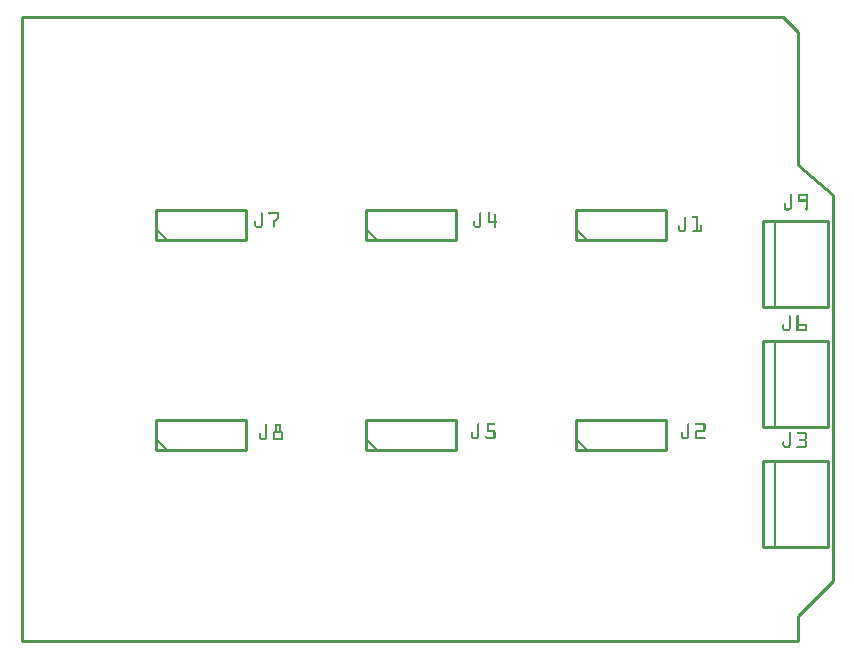
<source format=gto>
G04 MADE WITH FRITZING*
G04 WWW.FRITZING.ORG*
G04 DOUBLE SIDED*
G04 HOLES PLATED*
G04 CONTOUR ON CENTER OF CONTOUR VECTOR*
%ASAXBY*%
%FSLAX23Y23*%
%MOIN*%
%OFA0B0*%
%SFA1.0B1.0*%
%ADD10C,0.010000*%
%ADD11C,0.005000*%
%ADD12C,0.011112*%
%ADD13R,0.001000X0.001000*%
%LNSILK1*%
G90*
G70*
G54D10*
X1859Y1347D02*
X2159Y1347D01*
D02*
X2159Y1347D02*
X2159Y1447D01*
D02*
X2159Y1447D02*
X1859Y1447D01*
D02*
X1859Y1447D02*
X1859Y1347D01*
G54D11*
D02*
X1894Y1347D02*
X1859Y1382D01*
G54D10*
D02*
X1859Y647D02*
X2159Y647D01*
D02*
X2159Y647D02*
X2159Y747D01*
D02*
X2159Y747D02*
X1859Y747D01*
D02*
X1859Y747D02*
X1859Y647D01*
G54D11*
D02*
X1894Y647D02*
X1859Y682D01*
G54D10*
D02*
X2697Y323D02*
X2697Y609D01*
D02*
X2697Y609D02*
X2481Y609D01*
D02*
X2481Y609D02*
X2481Y323D01*
D02*
X2481Y323D02*
X2697Y323D01*
G54D11*
D02*
X2521Y609D02*
X2521Y323D01*
G54D10*
D02*
X1159Y1347D02*
X1459Y1347D01*
D02*
X1459Y1347D02*
X1459Y1447D01*
D02*
X1459Y1447D02*
X1159Y1447D01*
D02*
X1159Y1447D02*
X1159Y1347D01*
G54D11*
D02*
X1194Y1347D02*
X1159Y1382D01*
G54D10*
D02*
X1159Y647D02*
X1459Y647D01*
D02*
X1459Y647D02*
X1459Y747D01*
D02*
X1459Y747D02*
X1159Y747D01*
D02*
X1159Y747D02*
X1159Y647D01*
G54D11*
D02*
X1194Y647D02*
X1159Y682D01*
G54D10*
D02*
X2697Y723D02*
X2697Y1009D01*
D02*
X2697Y1009D02*
X2481Y1009D01*
D02*
X2481Y1009D02*
X2481Y723D01*
D02*
X2481Y723D02*
X2697Y723D01*
G54D11*
D02*
X2521Y1009D02*
X2521Y723D01*
G54D10*
D02*
X459Y1347D02*
X759Y1347D01*
D02*
X759Y1347D02*
X759Y1447D01*
D02*
X759Y1447D02*
X459Y1447D01*
D02*
X459Y1447D02*
X459Y1347D01*
G54D11*
D02*
X494Y1347D02*
X459Y1382D01*
G54D10*
D02*
X459Y647D02*
X759Y647D01*
D02*
X759Y647D02*
X759Y747D01*
D02*
X759Y747D02*
X459Y747D01*
D02*
X459Y747D02*
X459Y647D01*
G54D11*
D02*
X494Y647D02*
X459Y682D01*
G54D10*
D02*
X2697Y1123D02*
X2697Y1409D01*
D02*
X2697Y1409D02*
X2481Y1409D01*
D02*
X2481Y1409D02*
X2481Y1123D01*
D02*
X2481Y1123D02*
X2697Y1123D01*
G54D11*
D02*
X2521Y1409D02*
X2521Y1123D01*
G54D12*
X2596Y1596D02*
X2596Y2041D01*
X2547Y2090D01*
X11Y2090D01*
X11Y11D01*
X2596Y11D01*
X2596Y92D01*
X2713Y209D01*
X2713Y1497D01*
X2596Y1596D01*
D02*
G54D13*
X2573Y1499D02*
X2574Y1499D01*
X2600Y1499D02*
X2628Y1499D01*
X2572Y1498D02*
X2576Y1498D01*
X2598Y1498D02*
X2629Y1498D01*
X2571Y1497D02*
X2576Y1497D01*
X2597Y1497D02*
X2630Y1497D01*
X2571Y1496D02*
X2577Y1496D01*
X2597Y1496D02*
X2630Y1496D01*
X2571Y1495D02*
X2577Y1495D01*
X2597Y1495D02*
X2630Y1495D01*
X2571Y1494D02*
X2577Y1494D01*
X2597Y1494D02*
X2630Y1494D01*
X2571Y1493D02*
X2577Y1493D01*
X2597Y1493D02*
X2630Y1493D01*
X2571Y1492D02*
X2577Y1492D01*
X2597Y1492D02*
X2603Y1492D01*
X2624Y1492D02*
X2630Y1492D01*
X2571Y1491D02*
X2577Y1491D01*
X2597Y1491D02*
X2603Y1491D01*
X2624Y1491D02*
X2630Y1491D01*
X2571Y1490D02*
X2577Y1490D01*
X2597Y1490D02*
X2603Y1490D01*
X2624Y1490D02*
X2630Y1490D01*
X2571Y1489D02*
X2577Y1489D01*
X2597Y1489D02*
X2603Y1489D01*
X2624Y1489D02*
X2630Y1489D01*
X2571Y1488D02*
X2577Y1488D01*
X2597Y1488D02*
X2603Y1488D01*
X2624Y1488D02*
X2630Y1488D01*
X2571Y1487D02*
X2577Y1487D01*
X2597Y1487D02*
X2603Y1487D01*
X2624Y1487D02*
X2630Y1487D01*
X2571Y1486D02*
X2577Y1486D01*
X2597Y1486D02*
X2603Y1486D01*
X2624Y1486D02*
X2630Y1486D01*
X2571Y1485D02*
X2577Y1485D01*
X2597Y1485D02*
X2603Y1485D01*
X2624Y1485D02*
X2630Y1485D01*
X2571Y1484D02*
X2577Y1484D01*
X2597Y1484D02*
X2603Y1484D01*
X2624Y1484D02*
X2630Y1484D01*
X2571Y1483D02*
X2577Y1483D01*
X2597Y1483D02*
X2603Y1483D01*
X2624Y1483D02*
X2630Y1483D01*
X2571Y1482D02*
X2577Y1482D01*
X2597Y1482D02*
X2603Y1482D01*
X2624Y1482D02*
X2630Y1482D01*
X2571Y1481D02*
X2577Y1481D01*
X2597Y1481D02*
X2630Y1481D01*
X2571Y1480D02*
X2577Y1480D01*
X2597Y1480D02*
X2630Y1480D01*
X2571Y1479D02*
X2577Y1479D01*
X2597Y1479D02*
X2630Y1479D01*
X2571Y1478D02*
X2577Y1478D01*
X2597Y1478D02*
X2630Y1478D01*
X2571Y1477D02*
X2577Y1477D01*
X2597Y1477D02*
X2630Y1477D01*
X2571Y1476D02*
X2577Y1476D01*
X2597Y1476D02*
X2630Y1476D01*
X2571Y1475D02*
X2577Y1475D01*
X2598Y1475D02*
X2630Y1475D01*
X2571Y1474D02*
X2577Y1474D01*
X2624Y1474D02*
X2630Y1474D01*
X2571Y1473D02*
X2577Y1473D01*
X2624Y1473D02*
X2630Y1473D01*
X2571Y1472D02*
X2577Y1472D01*
X2624Y1472D02*
X2630Y1472D01*
X2571Y1471D02*
X2577Y1471D01*
X2624Y1471D02*
X2630Y1471D01*
X2571Y1470D02*
X2577Y1470D01*
X2624Y1470D02*
X2630Y1470D01*
X2552Y1469D02*
X2555Y1469D01*
X2571Y1469D02*
X2577Y1469D01*
X2624Y1469D02*
X2630Y1469D01*
X2551Y1468D02*
X2556Y1468D01*
X2571Y1468D02*
X2577Y1468D01*
X2624Y1468D02*
X2630Y1468D01*
X2550Y1467D02*
X2556Y1467D01*
X2571Y1467D02*
X2577Y1467D01*
X2624Y1467D02*
X2630Y1467D01*
X2550Y1466D02*
X2556Y1466D01*
X2571Y1466D02*
X2577Y1466D01*
X2624Y1466D02*
X2630Y1466D01*
X2550Y1465D02*
X2556Y1465D01*
X2571Y1465D02*
X2577Y1465D01*
X2624Y1465D02*
X2630Y1465D01*
X2550Y1464D02*
X2556Y1464D01*
X2571Y1464D02*
X2577Y1464D01*
X2624Y1464D02*
X2630Y1464D01*
X2550Y1463D02*
X2556Y1463D01*
X2571Y1463D02*
X2577Y1463D01*
X2624Y1463D02*
X2630Y1463D01*
X2550Y1462D02*
X2556Y1462D01*
X2571Y1462D02*
X2577Y1462D01*
X2624Y1462D02*
X2630Y1462D01*
X2550Y1461D02*
X2556Y1461D01*
X2571Y1461D02*
X2577Y1461D01*
X2624Y1461D02*
X2630Y1461D01*
X2550Y1460D02*
X2556Y1460D01*
X2571Y1460D02*
X2577Y1460D01*
X2624Y1460D02*
X2630Y1460D01*
X2550Y1459D02*
X2556Y1459D01*
X2571Y1459D02*
X2577Y1459D01*
X2624Y1459D02*
X2630Y1459D01*
X2550Y1458D02*
X2556Y1458D01*
X2571Y1458D02*
X2577Y1458D01*
X2624Y1458D02*
X2630Y1458D01*
X2550Y1457D02*
X2556Y1457D01*
X2571Y1457D02*
X2577Y1457D01*
X2624Y1457D02*
X2630Y1457D01*
X2550Y1456D02*
X2556Y1456D01*
X2571Y1456D02*
X2577Y1456D01*
X2624Y1456D02*
X2630Y1456D01*
X2550Y1455D02*
X2556Y1455D01*
X2571Y1455D02*
X2577Y1455D01*
X2624Y1455D02*
X2630Y1455D01*
X2550Y1454D02*
X2556Y1454D01*
X2570Y1454D02*
X2577Y1454D01*
X2624Y1454D02*
X2630Y1454D01*
X2550Y1453D02*
X2557Y1453D01*
X2570Y1453D02*
X2576Y1453D01*
X2624Y1453D02*
X2630Y1453D01*
X2551Y1452D02*
X2559Y1452D01*
X2568Y1452D02*
X2576Y1452D01*
X2624Y1452D02*
X2630Y1452D01*
X2551Y1451D02*
X2576Y1451D01*
X2622Y1451D02*
X2630Y1451D01*
X2552Y1450D02*
X2575Y1450D01*
X2621Y1450D02*
X2630Y1450D01*
X2552Y1449D02*
X2575Y1449D01*
X2621Y1449D02*
X2630Y1449D01*
X2553Y1448D02*
X2574Y1448D01*
X2621Y1448D02*
X2630Y1448D01*
X2554Y1447D02*
X2572Y1447D01*
X2621Y1447D02*
X2630Y1447D01*
X2556Y1446D02*
X2571Y1446D01*
X2622Y1446D02*
X2629Y1446D01*
X2559Y1445D02*
X2567Y1445D01*
X2624Y1445D02*
X2627Y1445D01*
X836Y1440D02*
X866Y1440D01*
X808Y1439D02*
X812Y1439D01*
X834Y1439D02*
X867Y1439D01*
X1538Y1439D02*
X1541Y1439D01*
X1565Y1439D02*
X1569Y1439D01*
X807Y1438D02*
X812Y1438D01*
X833Y1438D02*
X867Y1438D01*
X1537Y1438D02*
X1542Y1438D01*
X1565Y1438D02*
X1570Y1438D01*
X807Y1437D02*
X813Y1437D01*
X833Y1437D02*
X867Y1437D01*
X1536Y1437D02*
X1542Y1437D01*
X1564Y1437D02*
X1570Y1437D01*
X807Y1436D02*
X813Y1436D01*
X833Y1436D02*
X867Y1436D01*
X1536Y1436D02*
X1542Y1436D01*
X1564Y1436D02*
X1570Y1436D01*
X807Y1435D02*
X813Y1435D01*
X833Y1435D02*
X867Y1435D01*
X1536Y1435D02*
X1542Y1435D01*
X1564Y1435D02*
X1570Y1435D01*
X807Y1434D02*
X813Y1434D01*
X833Y1434D02*
X867Y1434D01*
X1536Y1434D02*
X1542Y1434D01*
X1564Y1434D02*
X1570Y1434D01*
X1588Y1434D02*
X1588Y1434D01*
X807Y1433D02*
X813Y1433D01*
X833Y1433D02*
X867Y1433D01*
X1536Y1433D02*
X1542Y1433D01*
X1564Y1433D02*
X1570Y1433D01*
X1586Y1433D02*
X1590Y1433D01*
X807Y1432D02*
X813Y1432D01*
X833Y1432D02*
X839Y1432D01*
X860Y1432D02*
X867Y1432D01*
X1536Y1432D02*
X1542Y1432D01*
X1564Y1432D02*
X1570Y1432D01*
X1585Y1432D02*
X1591Y1432D01*
X807Y1431D02*
X813Y1431D01*
X834Y1431D02*
X838Y1431D01*
X860Y1431D02*
X867Y1431D01*
X1536Y1431D02*
X1542Y1431D01*
X1564Y1431D02*
X1570Y1431D01*
X1585Y1431D02*
X1591Y1431D01*
X807Y1430D02*
X813Y1430D01*
X860Y1430D02*
X867Y1430D01*
X1536Y1430D02*
X1542Y1430D01*
X1564Y1430D02*
X1570Y1430D01*
X1585Y1430D02*
X1591Y1430D01*
X807Y1429D02*
X813Y1429D01*
X860Y1429D02*
X867Y1429D01*
X1536Y1429D02*
X1542Y1429D01*
X1564Y1429D02*
X1570Y1429D01*
X1585Y1429D02*
X1591Y1429D01*
X807Y1428D02*
X813Y1428D01*
X860Y1428D02*
X867Y1428D01*
X1536Y1428D02*
X1542Y1428D01*
X1564Y1428D02*
X1570Y1428D01*
X1585Y1428D02*
X1591Y1428D01*
X807Y1427D02*
X813Y1427D01*
X860Y1427D02*
X867Y1427D01*
X1536Y1427D02*
X1542Y1427D01*
X1564Y1427D02*
X1570Y1427D01*
X1585Y1427D02*
X1591Y1427D01*
X807Y1426D02*
X813Y1426D01*
X860Y1426D02*
X867Y1426D01*
X1536Y1426D02*
X1542Y1426D01*
X1564Y1426D02*
X1570Y1426D01*
X1585Y1426D02*
X1591Y1426D01*
X807Y1425D02*
X813Y1425D01*
X860Y1425D02*
X867Y1425D01*
X1536Y1425D02*
X1542Y1425D01*
X1564Y1425D02*
X1570Y1425D01*
X1585Y1425D02*
X1591Y1425D01*
X2220Y1425D02*
X2222Y1425D01*
X2246Y1425D02*
X2264Y1425D01*
X807Y1424D02*
X813Y1424D01*
X860Y1424D02*
X867Y1424D01*
X1536Y1424D02*
X1542Y1424D01*
X1564Y1424D02*
X1570Y1424D01*
X1585Y1424D02*
X1591Y1424D01*
X2219Y1424D02*
X2223Y1424D01*
X2245Y1424D02*
X2264Y1424D01*
X807Y1423D02*
X813Y1423D01*
X860Y1423D02*
X867Y1423D01*
X1536Y1423D02*
X1542Y1423D01*
X1564Y1423D02*
X1570Y1423D01*
X1585Y1423D02*
X1591Y1423D01*
X2218Y1423D02*
X2224Y1423D01*
X2244Y1423D02*
X2264Y1423D01*
X807Y1422D02*
X813Y1422D01*
X860Y1422D02*
X867Y1422D01*
X1536Y1422D02*
X1542Y1422D01*
X1564Y1422D02*
X1570Y1422D01*
X1585Y1422D02*
X1591Y1422D01*
X2218Y1422D02*
X2224Y1422D01*
X2244Y1422D02*
X2264Y1422D01*
X807Y1421D02*
X813Y1421D01*
X860Y1421D02*
X867Y1421D01*
X1536Y1421D02*
X1542Y1421D01*
X1564Y1421D02*
X1570Y1421D01*
X1585Y1421D02*
X1591Y1421D01*
X2218Y1421D02*
X2224Y1421D01*
X2244Y1421D02*
X2264Y1421D01*
X807Y1420D02*
X813Y1420D01*
X860Y1420D02*
X867Y1420D01*
X1536Y1420D02*
X1542Y1420D01*
X1564Y1420D02*
X1570Y1420D01*
X1585Y1420D02*
X1591Y1420D01*
X2218Y1420D02*
X2224Y1420D01*
X2244Y1420D02*
X2264Y1420D01*
X807Y1419D02*
X813Y1419D01*
X859Y1419D02*
X867Y1419D01*
X1536Y1419D02*
X1542Y1419D01*
X1564Y1419D02*
X1570Y1419D01*
X1585Y1419D02*
X1591Y1419D01*
X2218Y1419D02*
X2224Y1419D01*
X2245Y1419D02*
X2264Y1419D01*
X807Y1418D02*
X813Y1418D01*
X858Y1418D02*
X866Y1418D01*
X1536Y1418D02*
X1542Y1418D01*
X1564Y1418D02*
X1570Y1418D01*
X1585Y1418D02*
X1591Y1418D01*
X2218Y1418D02*
X2224Y1418D01*
X2258Y1418D02*
X2264Y1418D01*
X807Y1417D02*
X813Y1417D01*
X856Y1417D02*
X866Y1417D01*
X1536Y1417D02*
X1542Y1417D01*
X1564Y1417D02*
X1570Y1417D01*
X1585Y1417D02*
X1591Y1417D01*
X2218Y1417D02*
X2224Y1417D01*
X2258Y1417D02*
X2264Y1417D01*
X807Y1416D02*
X813Y1416D01*
X855Y1416D02*
X865Y1416D01*
X1536Y1416D02*
X1542Y1416D01*
X1564Y1416D02*
X1570Y1416D01*
X1585Y1416D02*
X1591Y1416D01*
X2218Y1416D02*
X2224Y1416D01*
X2258Y1416D02*
X2264Y1416D01*
X807Y1415D02*
X813Y1415D01*
X854Y1415D02*
X864Y1415D01*
X1536Y1415D02*
X1542Y1415D01*
X1564Y1415D02*
X1570Y1415D01*
X1585Y1415D02*
X1591Y1415D01*
X2218Y1415D02*
X2224Y1415D01*
X2258Y1415D02*
X2264Y1415D01*
X807Y1414D02*
X813Y1414D01*
X853Y1414D02*
X863Y1414D01*
X1536Y1414D02*
X1542Y1414D01*
X1564Y1414D02*
X1570Y1414D01*
X1585Y1414D02*
X1591Y1414D01*
X2218Y1414D02*
X2224Y1414D01*
X2258Y1414D02*
X2264Y1414D01*
X807Y1413D02*
X813Y1413D01*
X852Y1413D02*
X862Y1413D01*
X1536Y1413D02*
X1542Y1413D01*
X1564Y1413D02*
X1570Y1413D01*
X1585Y1413D02*
X1591Y1413D01*
X2218Y1413D02*
X2224Y1413D01*
X2258Y1413D02*
X2264Y1413D01*
X807Y1412D02*
X813Y1412D01*
X851Y1412D02*
X860Y1412D01*
X1536Y1412D02*
X1542Y1412D01*
X1564Y1412D02*
X1570Y1412D01*
X1585Y1412D02*
X1591Y1412D01*
X2218Y1412D02*
X2224Y1412D01*
X2258Y1412D02*
X2264Y1412D01*
X807Y1411D02*
X813Y1411D01*
X849Y1411D02*
X859Y1411D01*
X1536Y1411D02*
X1542Y1411D01*
X1564Y1411D02*
X1570Y1411D01*
X1585Y1411D02*
X1591Y1411D01*
X2218Y1411D02*
X2224Y1411D01*
X2258Y1411D02*
X2264Y1411D01*
X788Y1410D02*
X791Y1410D01*
X807Y1410D02*
X813Y1410D01*
X848Y1410D02*
X858Y1410D01*
X1517Y1410D02*
X1520Y1410D01*
X1536Y1410D02*
X1542Y1410D01*
X1564Y1410D02*
X1593Y1410D01*
X2218Y1410D02*
X2224Y1410D01*
X2258Y1410D02*
X2264Y1410D01*
X787Y1409D02*
X792Y1409D01*
X807Y1409D02*
X813Y1409D01*
X847Y1409D02*
X857Y1409D01*
X1516Y1409D02*
X1521Y1409D01*
X1536Y1409D02*
X1542Y1409D01*
X1564Y1409D02*
X1594Y1409D01*
X2218Y1409D02*
X2224Y1409D01*
X2258Y1409D02*
X2264Y1409D01*
X786Y1408D02*
X792Y1408D01*
X807Y1408D02*
X813Y1408D01*
X847Y1408D02*
X856Y1408D01*
X1516Y1408D02*
X1522Y1408D01*
X1536Y1408D02*
X1542Y1408D01*
X1564Y1408D02*
X1594Y1408D01*
X2218Y1408D02*
X2224Y1408D01*
X2258Y1408D02*
X2264Y1408D01*
X786Y1407D02*
X792Y1407D01*
X807Y1407D02*
X813Y1407D01*
X847Y1407D02*
X855Y1407D01*
X1516Y1407D02*
X1522Y1407D01*
X1536Y1407D02*
X1542Y1407D01*
X1564Y1407D02*
X1594Y1407D01*
X2218Y1407D02*
X2224Y1407D01*
X2258Y1407D02*
X2264Y1407D01*
X786Y1406D02*
X792Y1406D01*
X807Y1406D02*
X813Y1406D01*
X847Y1406D02*
X853Y1406D01*
X1516Y1406D02*
X1522Y1406D01*
X1536Y1406D02*
X1542Y1406D01*
X1564Y1406D02*
X1594Y1406D01*
X2218Y1406D02*
X2224Y1406D01*
X2258Y1406D02*
X2264Y1406D01*
X786Y1405D02*
X792Y1405D01*
X807Y1405D02*
X813Y1405D01*
X847Y1405D02*
X853Y1405D01*
X1516Y1405D02*
X1522Y1405D01*
X1536Y1405D02*
X1542Y1405D01*
X1564Y1405D02*
X1594Y1405D01*
X2218Y1405D02*
X2224Y1405D01*
X2258Y1405D02*
X2264Y1405D01*
X786Y1404D02*
X792Y1404D01*
X807Y1404D02*
X813Y1404D01*
X847Y1404D02*
X853Y1404D01*
X1516Y1404D02*
X1522Y1404D01*
X1536Y1404D02*
X1542Y1404D01*
X1564Y1404D02*
X1593Y1404D01*
X2218Y1404D02*
X2224Y1404D01*
X2258Y1404D02*
X2264Y1404D01*
X786Y1403D02*
X792Y1403D01*
X807Y1403D02*
X813Y1403D01*
X847Y1403D02*
X853Y1403D01*
X1516Y1403D02*
X1522Y1403D01*
X1536Y1403D02*
X1542Y1403D01*
X1585Y1403D02*
X1591Y1403D01*
X2218Y1403D02*
X2224Y1403D01*
X2258Y1403D02*
X2264Y1403D01*
X786Y1402D02*
X792Y1402D01*
X807Y1402D02*
X813Y1402D01*
X847Y1402D02*
X853Y1402D01*
X1516Y1402D02*
X1522Y1402D01*
X1536Y1402D02*
X1542Y1402D01*
X1585Y1402D02*
X1591Y1402D01*
X2218Y1402D02*
X2224Y1402D01*
X2258Y1402D02*
X2264Y1402D01*
X786Y1401D02*
X792Y1401D01*
X807Y1401D02*
X813Y1401D01*
X847Y1401D02*
X853Y1401D01*
X1516Y1401D02*
X1522Y1401D01*
X1536Y1401D02*
X1542Y1401D01*
X1585Y1401D02*
X1591Y1401D01*
X2218Y1401D02*
X2224Y1401D01*
X2258Y1401D02*
X2264Y1401D01*
X786Y1400D02*
X792Y1400D01*
X807Y1400D02*
X813Y1400D01*
X847Y1400D02*
X853Y1400D01*
X1516Y1400D02*
X1522Y1400D01*
X1536Y1400D02*
X1542Y1400D01*
X1585Y1400D02*
X1591Y1400D01*
X2218Y1400D02*
X2224Y1400D01*
X2258Y1400D02*
X2264Y1400D01*
X786Y1399D02*
X792Y1399D01*
X807Y1399D02*
X813Y1399D01*
X847Y1399D02*
X853Y1399D01*
X1516Y1399D02*
X1522Y1399D01*
X1536Y1399D02*
X1542Y1399D01*
X1585Y1399D02*
X1591Y1399D01*
X2218Y1399D02*
X2224Y1399D01*
X2258Y1399D02*
X2264Y1399D01*
X786Y1398D02*
X792Y1398D01*
X807Y1398D02*
X813Y1398D01*
X847Y1398D02*
X853Y1398D01*
X1516Y1398D02*
X1522Y1398D01*
X1536Y1398D02*
X1542Y1398D01*
X1585Y1398D02*
X1591Y1398D01*
X2218Y1398D02*
X2224Y1398D01*
X2258Y1398D02*
X2264Y1398D01*
X786Y1397D02*
X792Y1397D01*
X807Y1397D02*
X813Y1397D01*
X847Y1397D02*
X853Y1397D01*
X1516Y1397D02*
X1522Y1397D01*
X1536Y1397D02*
X1542Y1397D01*
X1585Y1397D02*
X1591Y1397D01*
X2218Y1397D02*
X2224Y1397D01*
X2258Y1397D02*
X2264Y1397D01*
X786Y1396D02*
X792Y1396D01*
X807Y1396D02*
X813Y1396D01*
X847Y1396D02*
X853Y1396D01*
X1516Y1396D02*
X1522Y1396D01*
X1536Y1396D02*
X1542Y1396D01*
X1585Y1396D02*
X1591Y1396D01*
X2218Y1396D02*
X2224Y1396D01*
X2258Y1396D02*
X2264Y1396D01*
X786Y1395D02*
X792Y1395D01*
X807Y1395D02*
X813Y1395D01*
X847Y1395D02*
X853Y1395D01*
X1516Y1395D02*
X1522Y1395D01*
X1536Y1395D02*
X1542Y1395D01*
X1585Y1395D02*
X1591Y1395D01*
X2199Y1395D02*
X2202Y1395D01*
X2218Y1395D02*
X2224Y1395D01*
X2258Y1395D02*
X2264Y1395D01*
X2273Y1395D02*
X2276Y1395D01*
X786Y1394D02*
X793Y1394D01*
X806Y1394D02*
X813Y1394D01*
X847Y1394D02*
X853Y1394D01*
X1516Y1394D02*
X1523Y1394D01*
X1535Y1394D02*
X1542Y1394D01*
X1585Y1394D02*
X1591Y1394D01*
X2198Y1394D02*
X2203Y1394D01*
X2218Y1394D02*
X2224Y1394D01*
X2258Y1394D02*
X2264Y1394D01*
X2272Y1394D02*
X2277Y1394D01*
X787Y1393D02*
X795Y1393D01*
X804Y1393D02*
X812Y1393D01*
X847Y1393D02*
X853Y1393D01*
X1516Y1393D02*
X1524Y1393D01*
X1534Y1393D02*
X1542Y1393D01*
X1585Y1393D02*
X1591Y1393D01*
X2197Y1393D02*
X2203Y1393D01*
X2218Y1393D02*
X2224Y1393D01*
X2258Y1393D02*
X2264Y1393D01*
X2272Y1393D02*
X2278Y1393D01*
X787Y1392D02*
X812Y1392D01*
X847Y1392D02*
X853Y1392D01*
X1517Y1392D02*
X1542Y1392D01*
X1585Y1392D02*
X1591Y1392D01*
X2197Y1392D02*
X2203Y1392D01*
X2218Y1392D02*
X2224Y1392D01*
X2258Y1392D02*
X2264Y1392D01*
X2272Y1392D02*
X2278Y1392D01*
X788Y1391D02*
X811Y1391D01*
X847Y1391D02*
X853Y1391D01*
X1517Y1391D02*
X1541Y1391D01*
X1585Y1391D02*
X1591Y1391D01*
X2197Y1391D02*
X2203Y1391D01*
X2218Y1391D02*
X2224Y1391D01*
X2258Y1391D02*
X2264Y1391D01*
X2272Y1391D02*
X2278Y1391D01*
X788Y1390D02*
X811Y1390D01*
X847Y1390D02*
X853Y1390D01*
X1518Y1390D02*
X1540Y1390D01*
X1585Y1390D02*
X1591Y1390D01*
X2197Y1390D02*
X2203Y1390D01*
X2218Y1390D02*
X2224Y1390D01*
X2258Y1390D02*
X2264Y1390D01*
X2272Y1390D02*
X2278Y1390D01*
X789Y1389D02*
X810Y1389D01*
X847Y1389D02*
X853Y1389D01*
X1519Y1389D02*
X1539Y1389D01*
X1585Y1389D02*
X1591Y1389D01*
X2197Y1389D02*
X2203Y1389D01*
X2218Y1389D02*
X2224Y1389D01*
X2258Y1389D02*
X2264Y1389D01*
X2272Y1389D02*
X2278Y1389D01*
X790Y1388D02*
X809Y1388D01*
X847Y1388D02*
X852Y1388D01*
X1520Y1388D02*
X1538Y1388D01*
X1585Y1388D02*
X1591Y1388D01*
X2197Y1388D02*
X2203Y1388D01*
X2218Y1388D02*
X2224Y1388D01*
X2258Y1388D02*
X2264Y1388D01*
X2272Y1388D02*
X2278Y1388D01*
X792Y1387D02*
X807Y1387D01*
X848Y1387D02*
X852Y1387D01*
X1522Y1387D02*
X1537Y1387D01*
X1586Y1387D02*
X1590Y1387D01*
X2197Y1387D02*
X2203Y1387D01*
X2218Y1387D02*
X2224Y1387D01*
X2258Y1387D02*
X2264Y1387D01*
X2272Y1387D02*
X2278Y1387D01*
X795Y1386D02*
X804Y1386D01*
X849Y1386D02*
X850Y1386D01*
X1524Y1386D02*
X1534Y1386D01*
X1587Y1386D02*
X1588Y1386D01*
X2197Y1386D02*
X2203Y1386D01*
X2218Y1386D02*
X2224Y1386D01*
X2258Y1386D02*
X2264Y1386D01*
X2272Y1386D02*
X2278Y1386D01*
X2197Y1385D02*
X2203Y1385D01*
X2218Y1385D02*
X2224Y1385D01*
X2258Y1385D02*
X2264Y1385D01*
X2272Y1385D02*
X2278Y1385D01*
X2197Y1384D02*
X2203Y1384D01*
X2218Y1384D02*
X2224Y1384D01*
X2258Y1384D02*
X2264Y1384D01*
X2272Y1384D02*
X2278Y1384D01*
X2197Y1383D02*
X2203Y1383D01*
X2218Y1383D02*
X2224Y1383D01*
X2258Y1383D02*
X2264Y1383D01*
X2272Y1383D02*
X2278Y1383D01*
X2197Y1382D02*
X2203Y1382D01*
X2218Y1382D02*
X2224Y1382D01*
X2258Y1382D02*
X2264Y1382D01*
X2272Y1382D02*
X2278Y1382D01*
X2197Y1381D02*
X2203Y1381D01*
X2218Y1381D02*
X2224Y1381D01*
X2258Y1381D02*
X2264Y1381D01*
X2272Y1381D02*
X2278Y1381D01*
X2197Y1380D02*
X2204Y1380D01*
X2218Y1380D02*
X2224Y1380D01*
X2258Y1380D02*
X2264Y1380D01*
X2272Y1380D02*
X2278Y1380D01*
X2198Y1379D02*
X2204Y1379D01*
X2217Y1379D02*
X2224Y1379D01*
X2258Y1379D02*
X2264Y1379D01*
X2272Y1379D02*
X2278Y1379D01*
X2198Y1378D02*
X2223Y1378D01*
X2247Y1378D02*
X2278Y1378D01*
X2198Y1377D02*
X2223Y1377D01*
X2245Y1377D02*
X2278Y1377D01*
X2199Y1376D02*
X2222Y1376D01*
X2244Y1376D02*
X2278Y1376D01*
X2200Y1375D02*
X2222Y1375D01*
X2244Y1375D02*
X2278Y1375D01*
X2201Y1374D02*
X2221Y1374D01*
X2244Y1374D02*
X2278Y1374D01*
X2202Y1373D02*
X2219Y1373D01*
X2244Y1373D02*
X2277Y1373D01*
X2203Y1372D02*
X2218Y1372D01*
X2245Y1372D02*
X2276Y1372D01*
X2569Y1095D02*
X2571Y1095D01*
X2595Y1095D02*
X2601Y1095D01*
X2568Y1094D02*
X2572Y1094D01*
X2594Y1094D02*
X2602Y1094D01*
X2567Y1093D02*
X2573Y1093D01*
X2593Y1093D02*
X2602Y1093D01*
X2567Y1092D02*
X2573Y1092D01*
X2593Y1092D02*
X2603Y1092D01*
X2567Y1091D02*
X2573Y1091D01*
X2593Y1091D02*
X2602Y1091D01*
X2567Y1090D02*
X2573Y1090D01*
X2593Y1090D02*
X2602Y1090D01*
X2567Y1089D02*
X2573Y1089D01*
X2593Y1089D02*
X2601Y1089D01*
X2567Y1088D02*
X2573Y1088D01*
X2593Y1088D02*
X2599Y1088D01*
X2567Y1087D02*
X2573Y1087D01*
X2593Y1087D02*
X2599Y1087D01*
X2567Y1086D02*
X2573Y1086D01*
X2593Y1086D02*
X2599Y1086D01*
X2567Y1085D02*
X2573Y1085D01*
X2593Y1085D02*
X2599Y1085D01*
X2567Y1084D02*
X2573Y1084D01*
X2593Y1084D02*
X2599Y1084D01*
X2567Y1083D02*
X2573Y1083D01*
X2593Y1083D02*
X2599Y1083D01*
X2567Y1082D02*
X2573Y1082D01*
X2593Y1082D02*
X2599Y1082D01*
X2567Y1081D02*
X2573Y1081D01*
X2593Y1081D02*
X2599Y1081D01*
X2567Y1080D02*
X2573Y1080D01*
X2593Y1080D02*
X2599Y1080D01*
X2567Y1079D02*
X2573Y1079D01*
X2593Y1079D02*
X2599Y1079D01*
X2567Y1078D02*
X2573Y1078D01*
X2593Y1078D02*
X2599Y1078D01*
X2567Y1077D02*
X2573Y1077D01*
X2593Y1077D02*
X2599Y1077D01*
X2567Y1076D02*
X2573Y1076D01*
X2593Y1076D02*
X2599Y1076D01*
X2567Y1075D02*
X2573Y1075D01*
X2593Y1075D02*
X2599Y1075D01*
X2567Y1074D02*
X2573Y1074D01*
X2593Y1074D02*
X2599Y1074D01*
X2567Y1073D02*
X2573Y1073D01*
X2593Y1073D02*
X2599Y1073D01*
X2567Y1072D02*
X2573Y1072D01*
X2593Y1072D02*
X2599Y1072D01*
X2567Y1071D02*
X2573Y1071D01*
X2593Y1071D02*
X2599Y1071D01*
X2567Y1070D02*
X2573Y1070D01*
X2593Y1070D02*
X2599Y1070D01*
X2567Y1069D02*
X2573Y1069D01*
X2593Y1069D02*
X2599Y1069D01*
X2567Y1068D02*
X2573Y1068D01*
X2593Y1068D02*
X2599Y1068D01*
X2567Y1067D02*
X2573Y1067D01*
X2593Y1067D02*
X2599Y1067D01*
X2549Y1066D02*
X2549Y1066D01*
X2567Y1066D02*
X2573Y1066D01*
X2593Y1066D02*
X2624Y1066D01*
X2547Y1065D02*
X2551Y1065D01*
X2567Y1065D02*
X2573Y1065D01*
X2593Y1065D02*
X2626Y1065D01*
X2547Y1064D02*
X2552Y1064D01*
X2567Y1064D02*
X2573Y1064D01*
X2593Y1064D02*
X2626Y1064D01*
X2546Y1063D02*
X2552Y1063D01*
X2567Y1063D02*
X2573Y1063D01*
X2593Y1063D02*
X2627Y1063D01*
X2546Y1062D02*
X2552Y1062D01*
X2567Y1062D02*
X2573Y1062D01*
X2593Y1062D02*
X2627Y1062D01*
X2546Y1061D02*
X2552Y1061D01*
X2567Y1061D02*
X2573Y1061D01*
X2593Y1061D02*
X2627Y1061D01*
X2546Y1060D02*
X2552Y1060D01*
X2567Y1060D02*
X2573Y1060D01*
X2593Y1060D02*
X2627Y1060D01*
X2546Y1059D02*
X2552Y1059D01*
X2567Y1059D02*
X2573Y1059D01*
X2593Y1059D02*
X2600Y1059D01*
X2620Y1059D02*
X2627Y1059D01*
X2546Y1058D02*
X2552Y1058D01*
X2567Y1058D02*
X2573Y1058D01*
X2593Y1058D02*
X2599Y1058D01*
X2621Y1058D02*
X2627Y1058D01*
X2546Y1057D02*
X2552Y1057D01*
X2567Y1057D02*
X2573Y1057D01*
X2593Y1057D02*
X2599Y1057D01*
X2621Y1057D02*
X2627Y1057D01*
X2546Y1056D02*
X2552Y1056D01*
X2567Y1056D02*
X2573Y1056D01*
X2593Y1056D02*
X2599Y1056D01*
X2621Y1056D02*
X2627Y1056D01*
X2546Y1055D02*
X2552Y1055D01*
X2567Y1055D02*
X2573Y1055D01*
X2593Y1055D02*
X2599Y1055D01*
X2621Y1055D02*
X2627Y1055D01*
X2546Y1054D02*
X2552Y1054D01*
X2567Y1054D02*
X2573Y1054D01*
X2593Y1054D02*
X2599Y1054D01*
X2621Y1054D02*
X2627Y1054D01*
X2546Y1053D02*
X2552Y1053D01*
X2567Y1053D02*
X2573Y1053D01*
X2593Y1053D02*
X2599Y1053D01*
X2621Y1053D02*
X2627Y1053D01*
X2546Y1052D02*
X2552Y1052D01*
X2567Y1052D02*
X2573Y1052D01*
X2593Y1052D02*
X2599Y1052D01*
X2621Y1052D02*
X2627Y1052D01*
X2546Y1051D02*
X2552Y1051D01*
X2567Y1051D02*
X2573Y1051D01*
X2593Y1051D02*
X2599Y1051D01*
X2621Y1051D02*
X2627Y1051D01*
X2546Y1050D02*
X2553Y1050D01*
X2566Y1050D02*
X2573Y1050D01*
X2593Y1050D02*
X2599Y1050D01*
X2621Y1050D02*
X2627Y1050D01*
X2547Y1049D02*
X2554Y1049D01*
X2566Y1049D02*
X2573Y1049D01*
X2593Y1049D02*
X2599Y1049D01*
X2621Y1049D02*
X2627Y1049D01*
X2547Y1048D02*
X2572Y1048D01*
X2593Y1048D02*
X2627Y1048D01*
X2548Y1047D02*
X2572Y1047D01*
X2593Y1047D02*
X2627Y1047D01*
X2548Y1046D02*
X2571Y1046D01*
X2593Y1046D02*
X2627Y1046D01*
X2549Y1045D02*
X2570Y1045D01*
X2593Y1045D02*
X2627Y1045D01*
X2550Y1044D02*
X2570Y1044D01*
X2593Y1044D02*
X2627Y1044D01*
X2551Y1043D02*
X2568Y1043D01*
X2594Y1043D02*
X2626Y1043D01*
X2553Y1042D02*
X2566Y1042D01*
X2595Y1042D02*
X2625Y1042D01*
X1531Y736D02*
X1533Y736D01*
X1562Y736D02*
X1587Y736D01*
X2231Y736D02*
X2233Y736D01*
X2257Y736D02*
X2284Y736D01*
X1530Y735D02*
X1534Y735D01*
X1562Y735D02*
X1588Y735D01*
X2230Y735D02*
X2234Y735D01*
X2256Y735D02*
X2286Y735D01*
X1529Y734D02*
X1535Y734D01*
X1562Y734D02*
X1589Y734D01*
X2229Y734D02*
X2235Y734D01*
X2255Y734D02*
X2287Y734D01*
X1529Y733D02*
X1535Y733D01*
X1562Y733D02*
X1589Y733D01*
X2229Y733D02*
X2235Y733D01*
X2255Y733D02*
X2288Y733D01*
X823Y732D02*
X826Y732D01*
X856Y732D02*
X873Y732D01*
X1529Y732D02*
X1535Y732D01*
X1562Y732D02*
X1589Y732D01*
X2229Y732D02*
X2235Y732D01*
X2255Y732D02*
X2288Y732D01*
X822Y731D02*
X827Y731D01*
X855Y731D02*
X874Y731D01*
X1529Y731D02*
X1535Y731D01*
X1562Y731D02*
X1588Y731D01*
X2229Y731D02*
X2235Y731D01*
X2256Y731D02*
X2289Y731D01*
X822Y730D02*
X828Y730D01*
X855Y730D02*
X874Y730D01*
X1529Y730D02*
X1535Y730D01*
X1562Y730D02*
X1587Y730D01*
X2229Y730D02*
X2235Y730D01*
X2257Y730D02*
X2289Y730D01*
X822Y729D02*
X828Y729D01*
X855Y729D02*
X874Y729D01*
X1529Y729D02*
X1535Y729D01*
X1562Y729D02*
X1568Y729D01*
X2229Y729D02*
X2235Y729D01*
X2283Y729D02*
X2289Y729D01*
X822Y728D02*
X828Y728D01*
X855Y728D02*
X874Y728D01*
X1529Y728D02*
X1535Y728D01*
X1562Y728D02*
X1568Y728D01*
X2229Y728D02*
X2235Y728D01*
X2283Y728D02*
X2289Y728D01*
X822Y727D02*
X828Y727D01*
X855Y727D02*
X874Y727D01*
X1529Y727D02*
X1535Y727D01*
X1562Y727D02*
X1568Y727D01*
X2229Y727D02*
X2235Y727D01*
X2283Y727D02*
X2289Y727D01*
X822Y726D02*
X828Y726D01*
X855Y726D02*
X874Y726D01*
X1529Y726D02*
X1535Y726D01*
X1562Y726D02*
X1568Y726D01*
X2229Y726D02*
X2235Y726D01*
X2283Y726D02*
X2289Y726D01*
X822Y725D02*
X828Y725D01*
X855Y725D02*
X861Y725D01*
X868Y725D02*
X874Y725D01*
X1529Y725D02*
X1535Y725D01*
X1562Y725D02*
X1568Y725D01*
X2229Y725D02*
X2235Y725D01*
X2283Y725D02*
X2289Y725D01*
X822Y724D02*
X828Y724D01*
X855Y724D02*
X861Y724D01*
X868Y724D02*
X874Y724D01*
X1529Y724D02*
X1535Y724D01*
X1562Y724D02*
X1568Y724D01*
X2229Y724D02*
X2235Y724D01*
X2283Y724D02*
X2289Y724D01*
X822Y723D02*
X828Y723D01*
X855Y723D02*
X861Y723D01*
X868Y723D02*
X874Y723D01*
X1529Y723D02*
X1535Y723D01*
X1562Y723D02*
X1568Y723D01*
X2229Y723D02*
X2235Y723D01*
X2283Y723D02*
X2289Y723D01*
X822Y722D02*
X828Y722D01*
X855Y722D02*
X861Y722D01*
X868Y722D02*
X874Y722D01*
X1529Y722D02*
X1535Y722D01*
X1562Y722D02*
X1568Y722D01*
X2229Y722D02*
X2235Y722D01*
X2283Y722D02*
X2289Y722D01*
X822Y721D02*
X828Y721D01*
X855Y721D02*
X861Y721D01*
X868Y721D02*
X874Y721D01*
X1529Y721D02*
X1535Y721D01*
X1562Y721D02*
X1568Y721D01*
X2229Y721D02*
X2235Y721D01*
X2283Y721D02*
X2289Y721D01*
X822Y720D02*
X828Y720D01*
X855Y720D02*
X861Y720D01*
X868Y720D02*
X874Y720D01*
X1529Y720D02*
X1535Y720D01*
X1562Y720D02*
X1568Y720D01*
X2229Y720D02*
X2235Y720D01*
X2283Y720D02*
X2289Y720D01*
X822Y719D02*
X828Y719D01*
X855Y719D02*
X861Y719D01*
X868Y719D02*
X874Y719D01*
X1529Y719D02*
X1535Y719D01*
X1562Y719D02*
X1568Y719D01*
X2229Y719D02*
X2235Y719D01*
X2283Y719D02*
X2289Y719D01*
X822Y718D02*
X828Y718D01*
X855Y718D02*
X861Y718D01*
X868Y718D02*
X874Y718D01*
X1529Y718D02*
X1535Y718D01*
X1562Y718D02*
X1568Y718D01*
X2229Y718D02*
X2235Y718D01*
X2283Y718D02*
X2289Y718D01*
X822Y717D02*
X828Y717D01*
X855Y717D02*
X861Y717D01*
X868Y717D02*
X874Y717D01*
X1529Y717D02*
X1535Y717D01*
X1562Y717D02*
X1568Y717D01*
X2229Y717D02*
X2235Y717D01*
X2283Y717D02*
X2289Y717D01*
X822Y716D02*
X828Y716D01*
X855Y716D02*
X861Y716D01*
X868Y716D02*
X874Y716D01*
X1529Y716D02*
X1535Y716D01*
X1562Y716D02*
X1568Y716D01*
X2229Y716D02*
X2235Y716D01*
X2283Y716D02*
X2289Y716D01*
X822Y715D02*
X828Y715D01*
X855Y715D02*
X861Y715D01*
X868Y715D02*
X874Y715D01*
X1529Y715D02*
X1535Y715D01*
X1562Y715D02*
X1568Y715D01*
X2229Y715D02*
X2235Y715D01*
X2283Y715D02*
X2289Y715D01*
X822Y714D02*
X828Y714D01*
X855Y714D02*
X861Y714D01*
X868Y714D02*
X874Y714D01*
X1529Y714D02*
X1535Y714D01*
X1562Y714D02*
X1568Y714D01*
X2229Y714D02*
X2235Y714D01*
X2283Y714D02*
X2289Y714D01*
X822Y713D02*
X828Y713D01*
X855Y713D02*
X861Y713D01*
X868Y713D02*
X874Y713D01*
X1529Y713D02*
X1535Y713D01*
X1562Y713D02*
X1568Y713D01*
X2229Y713D02*
X2235Y713D01*
X2282Y713D02*
X2289Y713D01*
X822Y712D02*
X828Y712D01*
X855Y712D02*
X861Y712D01*
X868Y712D02*
X874Y712D01*
X1529Y712D02*
X1535Y712D01*
X1562Y712D02*
X1585Y712D01*
X2229Y712D02*
X2235Y712D01*
X2259Y712D02*
X2289Y712D01*
X822Y711D02*
X828Y711D01*
X855Y711D02*
X861Y711D01*
X868Y711D02*
X874Y711D01*
X1529Y711D02*
X1535Y711D01*
X1562Y711D02*
X1586Y711D01*
X2229Y711D02*
X2235Y711D01*
X2257Y711D02*
X2288Y711D01*
X822Y710D02*
X828Y710D01*
X855Y710D02*
X861Y710D01*
X868Y710D02*
X874Y710D01*
X1529Y710D02*
X1535Y710D01*
X1562Y710D02*
X1587Y710D01*
X2229Y710D02*
X2235Y710D01*
X2257Y710D02*
X2288Y710D01*
X822Y709D02*
X828Y709D01*
X853Y709D02*
X876Y709D01*
X1529Y709D02*
X1535Y709D01*
X1562Y709D02*
X1588Y709D01*
X2229Y709D02*
X2235Y709D01*
X2256Y709D02*
X2288Y709D01*
X822Y708D02*
X828Y708D01*
X851Y708D02*
X878Y708D01*
X1529Y708D02*
X1535Y708D01*
X1562Y708D02*
X1588Y708D01*
X2229Y708D02*
X2235Y708D01*
X2255Y708D02*
X2287Y708D01*
X822Y707D02*
X828Y707D01*
X850Y707D02*
X879Y707D01*
X1529Y707D02*
X1535Y707D01*
X1562Y707D02*
X1589Y707D01*
X2229Y707D02*
X2235Y707D01*
X2255Y707D02*
X2285Y707D01*
X822Y706D02*
X828Y706D01*
X849Y706D02*
X880Y706D01*
X1509Y706D02*
X1513Y706D01*
X1529Y706D02*
X1535Y706D01*
X1562Y706D02*
X1589Y706D01*
X2209Y706D02*
X2213Y706D01*
X2229Y706D02*
X2235Y706D01*
X2255Y706D02*
X2283Y706D01*
X2569Y706D02*
X2572Y706D01*
X2595Y706D02*
X2623Y706D01*
X822Y705D02*
X828Y705D01*
X848Y705D02*
X881Y705D01*
X1509Y705D02*
X1514Y705D01*
X1529Y705D02*
X1535Y705D01*
X1583Y705D02*
X1589Y705D01*
X2209Y705D02*
X2214Y705D01*
X2229Y705D02*
X2235Y705D01*
X2255Y705D02*
X2261Y705D01*
X2568Y705D02*
X2573Y705D01*
X2594Y705D02*
X2624Y705D01*
X822Y704D02*
X828Y704D01*
X848Y704D02*
X881Y704D01*
X1508Y704D02*
X1514Y704D01*
X1529Y704D02*
X1535Y704D01*
X1583Y704D02*
X1589Y704D01*
X2208Y704D02*
X2214Y704D01*
X2229Y704D02*
X2235Y704D01*
X2255Y704D02*
X2261Y704D01*
X2567Y704D02*
X2573Y704D01*
X2593Y704D02*
X2625Y704D01*
X803Y703D02*
X805Y703D01*
X822Y703D02*
X828Y703D01*
X848Y703D02*
X881Y703D01*
X1508Y703D02*
X1514Y703D01*
X1529Y703D02*
X1535Y703D01*
X1583Y703D02*
X1589Y703D01*
X2208Y703D02*
X2214Y703D01*
X2229Y703D02*
X2235Y703D01*
X2255Y703D02*
X2261Y703D01*
X2567Y703D02*
X2573Y703D01*
X2593Y703D02*
X2626Y703D01*
X802Y702D02*
X806Y702D01*
X822Y702D02*
X828Y702D01*
X848Y702D02*
X854Y702D01*
X875Y702D02*
X881Y702D01*
X1508Y702D02*
X1514Y702D01*
X1529Y702D02*
X1535Y702D01*
X1583Y702D02*
X1589Y702D01*
X2208Y702D02*
X2214Y702D01*
X2229Y702D02*
X2235Y702D01*
X2255Y702D02*
X2261Y702D01*
X2567Y702D02*
X2573Y702D01*
X2593Y702D02*
X2626Y702D01*
X801Y701D02*
X807Y701D01*
X822Y701D02*
X828Y701D01*
X848Y701D02*
X854Y701D01*
X875Y701D02*
X881Y701D01*
X1508Y701D02*
X1514Y701D01*
X1529Y701D02*
X1535Y701D01*
X1583Y701D02*
X1589Y701D01*
X2208Y701D02*
X2214Y701D01*
X2229Y701D02*
X2235Y701D01*
X2255Y701D02*
X2261Y701D01*
X2567Y701D02*
X2573Y701D01*
X2594Y701D02*
X2627Y701D01*
X801Y700D02*
X807Y700D01*
X822Y700D02*
X828Y700D01*
X848Y700D02*
X854Y700D01*
X875Y700D02*
X881Y700D01*
X1508Y700D02*
X1514Y700D01*
X1529Y700D02*
X1535Y700D01*
X1583Y700D02*
X1589Y700D01*
X2208Y700D02*
X2214Y700D01*
X2229Y700D02*
X2235Y700D01*
X2255Y700D02*
X2261Y700D01*
X2567Y700D02*
X2573Y700D01*
X2595Y700D02*
X2627Y700D01*
X801Y699D02*
X807Y699D01*
X822Y699D02*
X828Y699D01*
X848Y699D02*
X854Y699D01*
X875Y699D02*
X881Y699D01*
X1508Y699D02*
X1514Y699D01*
X1529Y699D02*
X1535Y699D01*
X1583Y699D02*
X1589Y699D01*
X2208Y699D02*
X2214Y699D01*
X2229Y699D02*
X2235Y699D01*
X2255Y699D02*
X2261Y699D01*
X2567Y699D02*
X2573Y699D01*
X2621Y699D02*
X2627Y699D01*
X801Y698D02*
X807Y698D01*
X822Y698D02*
X828Y698D01*
X848Y698D02*
X854Y698D01*
X875Y698D02*
X881Y698D01*
X1508Y698D02*
X1514Y698D01*
X1529Y698D02*
X1535Y698D01*
X1583Y698D02*
X1589Y698D01*
X2208Y698D02*
X2214Y698D01*
X2229Y698D02*
X2235Y698D01*
X2255Y698D02*
X2261Y698D01*
X2567Y698D02*
X2573Y698D01*
X2621Y698D02*
X2627Y698D01*
X801Y697D02*
X807Y697D01*
X822Y697D02*
X828Y697D01*
X848Y697D02*
X854Y697D01*
X875Y697D02*
X881Y697D01*
X1508Y697D02*
X1514Y697D01*
X1529Y697D02*
X1535Y697D01*
X1583Y697D02*
X1589Y697D01*
X2208Y697D02*
X2214Y697D01*
X2229Y697D02*
X2235Y697D01*
X2255Y697D02*
X2261Y697D01*
X2567Y697D02*
X2573Y697D01*
X2621Y697D02*
X2627Y697D01*
X801Y696D02*
X807Y696D01*
X822Y696D02*
X828Y696D01*
X848Y696D02*
X854Y696D01*
X875Y696D02*
X881Y696D01*
X1508Y696D02*
X1514Y696D01*
X1529Y696D02*
X1535Y696D01*
X1583Y696D02*
X1589Y696D01*
X2208Y696D02*
X2214Y696D01*
X2229Y696D02*
X2235Y696D01*
X2255Y696D02*
X2261Y696D01*
X2567Y696D02*
X2573Y696D01*
X2621Y696D02*
X2627Y696D01*
X801Y695D02*
X807Y695D01*
X822Y695D02*
X828Y695D01*
X848Y695D02*
X854Y695D01*
X875Y695D02*
X881Y695D01*
X1508Y695D02*
X1514Y695D01*
X1529Y695D02*
X1535Y695D01*
X1583Y695D02*
X1589Y695D01*
X2208Y695D02*
X2214Y695D01*
X2229Y695D02*
X2235Y695D01*
X2255Y695D02*
X2261Y695D01*
X2567Y695D02*
X2573Y695D01*
X2621Y695D02*
X2627Y695D01*
X801Y694D02*
X807Y694D01*
X822Y694D02*
X828Y694D01*
X848Y694D02*
X854Y694D01*
X875Y694D02*
X881Y694D01*
X1508Y694D02*
X1514Y694D01*
X1529Y694D02*
X1535Y694D01*
X1583Y694D02*
X1589Y694D01*
X2208Y694D02*
X2214Y694D01*
X2229Y694D02*
X2235Y694D01*
X2255Y694D02*
X2261Y694D01*
X2567Y694D02*
X2573Y694D01*
X2621Y694D02*
X2627Y694D01*
X801Y693D02*
X807Y693D01*
X822Y693D02*
X828Y693D01*
X848Y693D02*
X854Y693D01*
X875Y693D02*
X881Y693D01*
X1508Y693D02*
X1514Y693D01*
X1529Y693D02*
X1535Y693D01*
X1583Y693D02*
X1589Y693D01*
X2208Y693D02*
X2214Y693D01*
X2229Y693D02*
X2235Y693D01*
X2255Y693D02*
X2261Y693D01*
X2567Y693D02*
X2573Y693D01*
X2621Y693D02*
X2627Y693D01*
X801Y692D02*
X807Y692D01*
X822Y692D02*
X828Y692D01*
X848Y692D02*
X854Y692D01*
X875Y692D02*
X881Y692D01*
X1508Y692D02*
X1514Y692D01*
X1529Y692D02*
X1535Y692D01*
X1557Y692D02*
X1559Y692D01*
X1583Y692D02*
X1589Y692D01*
X2208Y692D02*
X2214Y692D01*
X2229Y692D02*
X2235Y692D01*
X2255Y692D02*
X2261Y692D01*
X2567Y692D02*
X2573Y692D01*
X2621Y692D02*
X2627Y692D01*
X801Y691D02*
X807Y691D01*
X822Y691D02*
X828Y691D01*
X848Y691D02*
X854Y691D01*
X875Y691D02*
X881Y691D01*
X1508Y691D02*
X1515Y691D01*
X1529Y691D02*
X1535Y691D01*
X1556Y691D02*
X1561Y691D01*
X1583Y691D02*
X1589Y691D01*
X2208Y691D02*
X2215Y691D01*
X2229Y691D02*
X2235Y691D01*
X2255Y691D02*
X2261Y691D01*
X2567Y691D02*
X2573Y691D01*
X2621Y691D02*
X2627Y691D01*
X801Y690D02*
X807Y690D01*
X822Y690D02*
X828Y690D01*
X848Y690D02*
X854Y690D01*
X875Y690D02*
X881Y690D01*
X1509Y690D02*
X1516Y690D01*
X1528Y690D02*
X1535Y690D01*
X1555Y690D02*
X1564Y690D01*
X1583Y690D02*
X1589Y690D01*
X2209Y690D02*
X2216Y690D01*
X2228Y690D02*
X2235Y690D01*
X2255Y690D02*
X2261Y690D01*
X2567Y690D02*
X2573Y690D01*
X2621Y690D02*
X2627Y690D01*
X801Y689D02*
X807Y689D01*
X822Y689D02*
X828Y689D01*
X848Y689D02*
X854Y689D01*
X875Y689D02*
X881Y689D01*
X1509Y689D02*
X1534Y689D01*
X1555Y689D02*
X1589Y689D01*
X2209Y689D02*
X2234Y689D01*
X2255Y689D02*
X2287Y689D01*
X2567Y689D02*
X2573Y689D01*
X2621Y689D02*
X2627Y689D01*
X801Y688D02*
X807Y688D01*
X821Y688D02*
X828Y688D01*
X848Y688D02*
X854Y688D01*
X875Y688D02*
X881Y688D01*
X1509Y688D02*
X1534Y688D01*
X1555Y688D02*
X1589Y688D01*
X2209Y688D02*
X2234Y688D01*
X2255Y688D02*
X2288Y688D01*
X2567Y688D02*
X2573Y688D01*
X2621Y688D02*
X2627Y688D01*
X801Y687D02*
X808Y687D01*
X821Y687D02*
X827Y687D01*
X848Y687D02*
X854Y687D01*
X875Y687D02*
X881Y687D01*
X1510Y687D02*
X1533Y687D01*
X1556Y687D02*
X1588Y687D01*
X2210Y687D02*
X2233Y687D01*
X2255Y687D02*
X2289Y687D01*
X2567Y687D02*
X2573Y687D01*
X2621Y687D02*
X2627Y687D01*
X801Y686D02*
X809Y686D01*
X820Y686D02*
X827Y686D01*
X848Y686D02*
X854Y686D01*
X875Y686D02*
X881Y686D01*
X1511Y686D02*
X1533Y686D01*
X1556Y686D02*
X1588Y686D01*
X2211Y686D02*
X2233Y686D01*
X2255Y686D02*
X2289Y686D01*
X2567Y686D02*
X2573Y686D01*
X2621Y686D02*
X2627Y686D01*
X802Y685D02*
X827Y685D01*
X848Y685D02*
X881Y685D01*
X1512Y685D02*
X1532Y685D01*
X1558Y685D02*
X1587Y685D01*
X2212Y685D02*
X2232Y685D01*
X2255Y685D02*
X2289Y685D01*
X2567Y685D02*
X2573Y685D01*
X2620Y685D02*
X2627Y685D01*
X802Y684D02*
X826Y684D01*
X848Y684D02*
X881Y684D01*
X1513Y684D02*
X1530Y684D01*
X1560Y684D02*
X1586Y684D01*
X2213Y684D02*
X2230Y684D01*
X2255Y684D02*
X2288Y684D01*
X2567Y684D02*
X2573Y684D01*
X2619Y684D02*
X2626Y684D01*
X803Y683D02*
X826Y683D01*
X848Y683D02*
X881Y683D01*
X1515Y683D02*
X1528Y683D01*
X1563Y683D02*
X1585Y683D01*
X2215Y683D02*
X2228Y683D01*
X2255Y683D02*
X2287Y683D01*
X2567Y683D02*
X2573Y683D01*
X2603Y683D02*
X2626Y683D01*
X804Y682D02*
X825Y682D01*
X849Y682D02*
X880Y682D01*
X2567Y682D02*
X2573Y682D01*
X2601Y682D02*
X2626Y682D01*
X805Y681D02*
X824Y681D01*
X849Y681D02*
X880Y681D01*
X2567Y681D02*
X2573Y681D01*
X2600Y681D02*
X2625Y681D01*
X806Y680D02*
X822Y680D01*
X851Y680D02*
X878Y680D01*
X2567Y680D02*
X2573Y680D01*
X2600Y680D02*
X2624Y680D01*
X808Y679D02*
X820Y679D01*
X852Y679D02*
X877Y679D01*
X2567Y679D02*
X2573Y679D01*
X2600Y679D02*
X2624Y679D01*
X2567Y678D02*
X2573Y678D01*
X2600Y678D02*
X2625Y678D01*
X2549Y677D02*
X2550Y677D01*
X2567Y677D02*
X2573Y677D01*
X2601Y677D02*
X2626Y677D01*
X2547Y676D02*
X2551Y676D01*
X2567Y676D02*
X2573Y676D01*
X2618Y676D02*
X2626Y676D01*
X2547Y675D02*
X2552Y675D01*
X2567Y675D02*
X2573Y675D01*
X2620Y675D02*
X2626Y675D01*
X2546Y674D02*
X2552Y674D01*
X2567Y674D02*
X2573Y674D01*
X2620Y674D02*
X2627Y674D01*
X2546Y673D02*
X2552Y673D01*
X2567Y673D02*
X2573Y673D01*
X2621Y673D02*
X2627Y673D01*
X2546Y672D02*
X2552Y672D01*
X2567Y672D02*
X2573Y672D01*
X2621Y672D02*
X2627Y672D01*
X2546Y671D02*
X2552Y671D01*
X2567Y671D02*
X2573Y671D01*
X2621Y671D02*
X2627Y671D01*
X2546Y670D02*
X2552Y670D01*
X2567Y670D02*
X2573Y670D01*
X2621Y670D02*
X2627Y670D01*
X2546Y669D02*
X2552Y669D01*
X2567Y669D02*
X2573Y669D01*
X2621Y669D02*
X2627Y669D01*
X2546Y668D02*
X2552Y668D01*
X2567Y668D02*
X2573Y668D01*
X2621Y668D02*
X2627Y668D01*
X2546Y667D02*
X2552Y667D01*
X2567Y667D02*
X2573Y667D01*
X2621Y667D02*
X2627Y667D01*
X2546Y666D02*
X2552Y666D01*
X2567Y666D02*
X2573Y666D01*
X2621Y666D02*
X2627Y666D01*
X2546Y665D02*
X2552Y665D01*
X2567Y665D02*
X2573Y665D01*
X2621Y665D02*
X2627Y665D01*
X2546Y664D02*
X2552Y664D01*
X2567Y664D02*
X2573Y664D01*
X2621Y664D02*
X2627Y664D01*
X2546Y663D02*
X2552Y663D01*
X2567Y663D02*
X2573Y663D01*
X2621Y663D02*
X2627Y663D01*
X2546Y662D02*
X2553Y662D01*
X2567Y662D02*
X2573Y662D01*
X2621Y662D02*
X2627Y662D01*
X2547Y661D02*
X2553Y661D01*
X2566Y661D02*
X2573Y661D01*
X2621Y661D02*
X2627Y661D01*
X2547Y660D02*
X2554Y660D01*
X2565Y660D02*
X2573Y660D01*
X2621Y660D02*
X2627Y660D01*
X2547Y659D02*
X2572Y659D01*
X2595Y659D02*
X2627Y659D01*
X2548Y658D02*
X2572Y658D01*
X2594Y658D02*
X2627Y658D01*
X2548Y657D02*
X2571Y657D01*
X2593Y657D02*
X2626Y657D01*
X2549Y656D02*
X2570Y656D01*
X2593Y656D02*
X2626Y656D01*
X2550Y655D02*
X2569Y655D01*
X2593Y655D02*
X2625Y655D01*
X2551Y654D02*
X2568Y654D01*
X2594Y654D02*
X2624Y654D01*
X2554Y653D02*
X2566Y653D01*
X2595Y653D02*
X2622Y653D01*
D02*
G04 End of Silk1*
M02*
</source>
